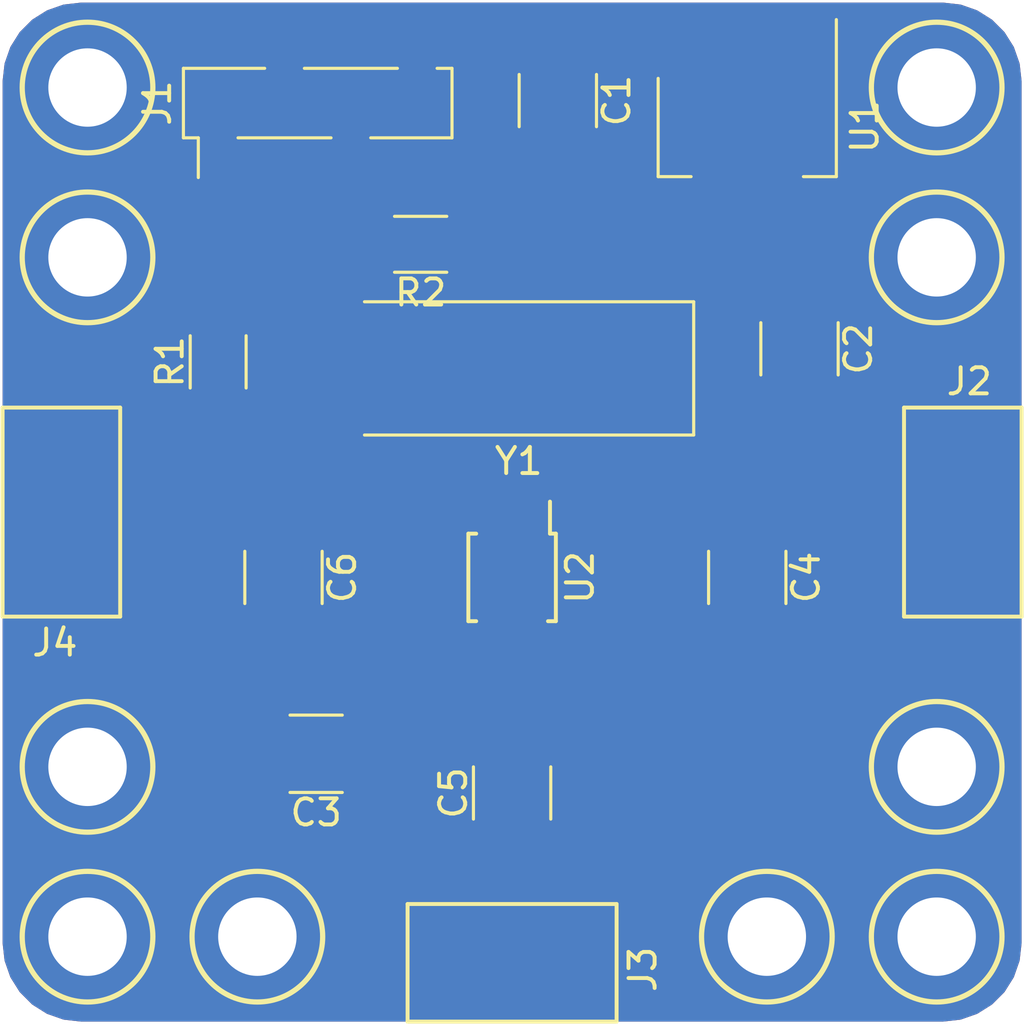
<source format=kicad_pcb>
(kicad_pcb (version 20171130) (host pcbnew "(5.0.0)")

  (general
    (thickness 1.6)
    (drawings 19)
    (tracks 79)
    (zones 0)
    (modules 15)
    (nets 14)
  )

  (page A4)
  (layers
    (0 F.Cu signal)
    (31 B.Cu signal)
    (32 B.Adhes user)
    (33 F.Adhes user)
    (34 B.Paste user)
    (35 F.Paste user)
    (36 B.SilkS user)
    (37 F.SilkS user)
    (38 B.Mask user)
    (39 F.Mask user)
    (40 Dwgs.User user)
    (41 Cmts.User user)
    (42 Eco1.User user)
    (43 Eco2.User user)
    (44 Edge.Cuts user)
    (45 Margin user)
    (46 B.CrtYd user)
    (47 F.CrtYd user)
    (48 B.Fab user)
    (49 F.Fab user)
  )

  (setup
    (last_trace_width 0.3)
    (user_trace_width 0.15)
    (user_trace_width 0.2)
    (user_trace_width 0.25)
    (user_trace_width 0.3)
    (user_trace_width 0.4)
    (trace_clearance 0.15)
    (zone_clearance 0.2)
    (zone_45_only no)
    (trace_min 0.1)
    (segment_width 0.2)
    (edge_width 0.15)
    (via_size 0.8)
    (via_drill 0.4)
    (via_min_size 0.4)
    (via_min_drill 0.3)
    (uvia_size 0.3)
    (uvia_drill 0.1)
    (uvias_allowed no)
    (uvia_min_size 0.2)
    (uvia_min_drill 0.1)
    (pcb_text_width 0.3)
    (pcb_text_size 1.5 1.5)
    (mod_edge_width 0.15)
    (mod_text_size 1 1)
    (mod_text_width 0.15)
    (pad_size 1.524 1.524)
    (pad_drill 0.762)
    (pad_to_mask_clearance 0.2)
    (aux_axis_origin 0 0)
    (visible_elements 7FFFFFFF)
    (pcbplotparams
      (layerselection 0x010fc_ffffffff)
      (usegerberextensions false)
      (usegerberattributes false)
      (usegerberadvancedattributes false)
      (creategerberjobfile false)
      (excludeedgelayer true)
      (linewidth 0.050000)
      (plotframeref false)
      (viasonmask false)
      (mode 1)
      (useauxorigin false)
      (hpglpennumber 1)
      (hpglpenspeed 20)
      (hpglpendiameter 15.000000)
      (psnegative false)
      (psa4output false)
      (plotreference true)
      (plotvalue true)
      (plotinvisibletext false)
      (padsonsilk false)
      (subtractmaskfromsilk false)
      (outputformat 1)
      (mirror false)
      (drillshape 1)
      (scaleselection 1)
      (outputdirectory ""))
  )

  (net 0 "")
  (net 1 "Net-(C1-Pad1)")
  (net 2 Earth)
  (net 3 "Net-(C2-Pad1)")
  (net 4 "Net-(C4-Pad2)")
  (net 5 "Net-(C4-Pad1)")
  (net 6 "Net-(C5-Pad1)")
  (net 7 "Net-(C5-Pad2)")
  (net 8 "Net-(C6-Pad2)")
  (net 9 "Net-(C6-Pad1)")
  (net 10 "Net-(J1-Pad2)")
  (net 11 "Net-(J1-Pad1)")
  (net 12 "Net-(U2-Pad3)")
  (net 13 "Net-(U2-Pad2)")

  (net_class Default "This is the default net class."
    (clearance 0.15)
    (trace_width 0.25)
    (via_dia 0.8)
    (via_drill 0.4)
    (uvia_dia 0.3)
    (uvia_drill 0.1)
    (add_net Earth)
    (add_net "Net-(C1-Pad1)")
    (add_net "Net-(C2-Pad1)")
    (add_net "Net-(C4-Pad1)")
    (add_net "Net-(C4-Pad2)")
    (add_net "Net-(C5-Pad1)")
    (add_net "Net-(C5-Pad2)")
    (add_net "Net-(C6-Pad1)")
    (add_net "Net-(C6-Pad2)")
    (add_net "Net-(J1-Pad1)")
    (add_net "Net-(J1-Pad2)")
    (add_net "Net-(U2-Pad2)")
    (add_net "Net-(U2-Pad3)")
  )

  (module Capacitors_SMD:C_1210_HandSoldering (layer F.Cu) (tedit 58AA84FB) (tstamp 5B6DD4A4)
    (at 38 20.5 270)
    (descr "Capacitor SMD 1210, hand soldering")
    (tags "capacitor 1210")
    (path /5B6C987F)
    (attr smd)
    (fp_text reference C1 (at 0 -2.25 270) (layer F.SilkS)
      (effects (font (size 1 1) (thickness 0.15)))
    )
    (fp_text value 10u (at 0 2.5 270) (layer F.Fab)
      (effects (font (size 1 1) (thickness 0.15)))
    )
    (fp_text user %R (at 0 -2.25 270) (layer F.Fab)
      (effects (font (size 1 1) (thickness 0.15)))
    )
    (fp_line (start -1.6 1.25) (end -1.6 -1.25) (layer F.Fab) (width 0.1))
    (fp_line (start 1.6 1.25) (end -1.6 1.25) (layer F.Fab) (width 0.1))
    (fp_line (start 1.6 -1.25) (end 1.6 1.25) (layer F.Fab) (width 0.1))
    (fp_line (start -1.6 -1.25) (end 1.6 -1.25) (layer F.Fab) (width 0.1))
    (fp_line (start 1 -1.48) (end -1 -1.48) (layer F.SilkS) (width 0.12))
    (fp_line (start -1 1.48) (end 1 1.48) (layer F.SilkS) (width 0.12))
    (fp_line (start -3.25 -1.5) (end 3.25 -1.5) (layer F.CrtYd) (width 0.05))
    (fp_line (start -3.25 -1.5) (end -3.25 1.5) (layer F.CrtYd) (width 0.05))
    (fp_line (start 3.25 1.5) (end 3.25 -1.5) (layer F.CrtYd) (width 0.05))
    (fp_line (start 3.25 1.5) (end -3.25 1.5) (layer F.CrtYd) (width 0.05))
    (pad 1 smd rect (at -2 0 270) (size 2 2.5) (layers F.Cu F.Paste F.Mask)
      (net 1 "Net-(C1-Pad1)"))
    (pad 2 smd rect (at 2 0 270) (size 2 2.5) (layers F.Cu F.Paste F.Mask)
      (net 2 Earth))
    (model Capacitors_SMD.3dshapes/C_1210.wrl
      (at (xyz 0 0 0))
      (scale (xyz 1 1 1))
      (rotate (xyz 0 0 0))
    )
  )

  (module Capacitors_SMD:C_1210_HandSoldering (layer F.Cu) (tedit 58AA84FB) (tstamp 5B6E39EA)
    (at 47.25 30 270)
    (descr "Capacitor SMD 1210, hand soldering")
    (tags "capacitor 1210")
    (path /5B6C9791)
    (attr smd)
    (fp_text reference C2 (at 0 -2.25 270) (layer F.SilkS)
      (effects (font (size 1 1) (thickness 0.15)))
    )
    (fp_text value 1u (at 0 2.5 270) (layer F.Fab)
      (effects (font (size 1 1) (thickness 0.15)))
    )
    (fp_line (start 3.25 1.5) (end -3.25 1.5) (layer F.CrtYd) (width 0.05))
    (fp_line (start 3.25 1.5) (end 3.25 -1.5) (layer F.CrtYd) (width 0.05))
    (fp_line (start -3.25 -1.5) (end -3.25 1.5) (layer F.CrtYd) (width 0.05))
    (fp_line (start -3.25 -1.5) (end 3.25 -1.5) (layer F.CrtYd) (width 0.05))
    (fp_line (start -1 1.48) (end 1 1.48) (layer F.SilkS) (width 0.12))
    (fp_line (start 1 -1.48) (end -1 -1.48) (layer F.SilkS) (width 0.12))
    (fp_line (start -1.6 -1.25) (end 1.6 -1.25) (layer F.Fab) (width 0.1))
    (fp_line (start 1.6 -1.25) (end 1.6 1.25) (layer F.Fab) (width 0.1))
    (fp_line (start 1.6 1.25) (end -1.6 1.25) (layer F.Fab) (width 0.1))
    (fp_line (start -1.6 1.25) (end -1.6 -1.25) (layer F.Fab) (width 0.1))
    (fp_text user %R (at 0 -2.25 270) (layer F.Fab)
      (effects (font (size 1 1) (thickness 0.15)))
    )
    (pad 2 smd rect (at 2 0 270) (size 2 2.5) (layers F.Cu F.Paste F.Mask)
      (net 2 Earth))
    (pad 1 smd rect (at -2 0 270) (size 2 2.5) (layers F.Cu F.Paste F.Mask)
      (net 3 "Net-(C2-Pad1)"))
    (model Capacitors_SMD.3dshapes/C_1210.wrl
      (at (xyz 0 0 0))
      (scale (xyz 1 1 1))
      (rotate (xyz 0 0 0))
    )
  )

  (module Capacitors_SMD:C_1210_HandSoldering (layer F.Cu) (tedit 58AA84FB) (tstamp 5B6DD4D4)
    (at 28.75 45.5 180)
    (descr "Capacitor SMD 1210, hand soldering")
    (tags "capacitor 1210")
    (path /5B6CE913)
    (attr smd)
    (fp_text reference C3 (at 0 -2.25 180) (layer F.SilkS)
      (effects (font (size 1 1) (thickness 0.15)))
    )
    (fp_text value 1u (at 0 2.5 180) (layer F.Fab)
      (effects (font (size 1 1) (thickness 0.15)))
    )
    (fp_text user %R (at 0 -2.25 180) (layer F.Fab)
      (effects (font (size 1 1) (thickness 0.15)))
    )
    (fp_line (start -1.6 1.25) (end -1.6 -1.25) (layer F.Fab) (width 0.1))
    (fp_line (start 1.6 1.25) (end -1.6 1.25) (layer F.Fab) (width 0.1))
    (fp_line (start 1.6 -1.25) (end 1.6 1.25) (layer F.Fab) (width 0.1))
    (fp_line (start -1.6 -1.25) (end 1.6 -1.25) (layer F.Fab) (width 0.1))
    (fp_line (start 1 -1.48) (end -1 -1.48) (layer F.SilkS) (width 0.12))
    (fp_line (start -1 1.48) (end 1 1.48) (layer F.SilkS) (width 0.12))
    (fp_line (start -3.25 -1.5) (end 3.25 -1.5) (layer F.CrtYd) (width 0.05))
    (fp_line (start -3.25 -1.5) (end -3.25 1.5) (layer F.CrtYd) (width 0.05))
    (fp_line (start 3.25 1.5) (end 3.25 -1.5) (layer F.CrtYd) (width 0.05))
    (fp_line (start 3.25 1.5) (end -3.25 1.5) (layer F.CrtYd) (width 0.05))
    (pad 1 smd rect (at -2 0 180) (size 2 2.5) (layers F.Cu F.Paste F.Mask)
      (net 3 "Net-(C2-Pad1)"))
    (pad 2 smd rect (at 2 0 180) (size 2 2.5) (layers F.Cu F.Paste F.Mask)
      (net 2 Earth))
    (model Capacitors_SMD.3dshapes/C_1210.wrl
      (at (xyz 0 0 0))
      (scale (xyz 1 1 1))
      (rotate (xyz 0 0 0))
    )
  )

  (module Capacitors_SMD:C_1210_HandSoldering (layer F.Cu) (tedit 58AA84FB) (tstamp 5B6DD522)
    (at 45.25 38.75 270)
    (descr "Capacitor SMD 1210, hand soldering")
    (tags "capacitor 1210")
    (path /5B6CB910)
    (attr smd)
    (fp_text reference C4 (at 0 -2.25 270) (layer F.SilkS)
      (effects (font (size 1 1) (thickness 0.15)))
    )
    (fp_text value 100n (at 0 2.5 270) (layer F.Fab)
      (effects (font (size 1 1) (thickness 0.15)))
    )
    (fp_line (start 3.25 1.5) (end -3.25 1.5) (layer F.CrtYd) (width 0.05))
    (fp_line (start 3.25 1.5) (end 3.25 -1.5) (layer F.CrtYd) (width 0.05))
    (fp_line (start -3.25 -1.5) (end -3.25 1.5) (layer F.CrtYd) (width 0.05))
    (fp_line (start -3.25 -1.5) (end 3.25 -1.5) (layer F.CrtYd) (width 0.05))
    (fp_line (start -1 1.48) (end 1 1.48) (layer F.SilkS) (width 0.12))
    (fp_line (start 1 -1.48) (end -1 -1.48) (layer F.SilkS) (width 0.12))
    (fp_line (start -1.6 -1.25) (end 1.6 -1.25) (layer F.Fab) (width 0.1))
    (fp_line (start 1.6 -1.25) (end 1.6 1.25) (layer F.Fab) (width 0.1))
    (fp_line (start 1.6 1.25) (end -1.6 1.25) (layer F.Fab) (width 0.1))
    (fp_line (start -1.6 1.25) (end -1.6 -1.25) (layer F.Fab) (width 0.1))
    (fp_text user %R (at 0 -2.25 270) (layer F.Fab)
      (effects (font (size 1 1) (thickness 0.15)))
    )
    (pad 2 smd rect (at 2 0 270) (size 2 2.5) (layers F.Cu F.Paste F.Mask)
      (net 4 "Net-(C4-Pad2)"))
    (pad 1 smd rect (at -2 0 270) (size 2 2.5) (layers F.Cu F.Paste F.Mask)
      (net 5 "Net-(C4-Pad1)"))
    (model Capacitors_SMD.3dshapes/C_1210.wrl
      (at (xyz 0 0 0))
      (scale (xyz 1 1 1))
      (rotate (xyz 0 0 0))
    )
  )

  (module Capacitors_SMD:C_1210_HandSoldering (layer F.Cu) (tedit 58AA84FB) (tstamp 5B6DD408)
    (at 36.25 47 90)
    (descr "Capacitor SMD 1210, hand soldering")
    (tags "capacitor 1210")
    (path /5B6CB972)
    (attr smd)
    (fp_text reference C5 (at 0 -2.25 90) (layer F.SilkS)
      (effects (font (size 1 1) (thickness 0.15)))
    )
    (fp_text value 100n (at 0 2.5 90) (layer F.Fab)
      (effects (font (size 1 1) (thickness 0.15)))
    )
    (fp_text user %R (at 0 -2.25 90) (layer F.Fab)
      (effects (font (size 1 1) (thickness 0.15)))
    )
    (fp_line (start -1.6 1.25) (end -1.6 -1.25) (layer F.Fab) (width 0.1))
    (fp_line (start 1.6 1.25) (end -1.6 1.25) (layer F.Fab) (width 0.1))
    (fp_line (start 1.6 -1.25) (end 1.6 1.25) (layer F.Fab) (width 0.1))
    (fp_line (start -1.6 -1.25) (end 1.6 -1.25) (layer F.Fab) (width 0.1))
    (fp_line (start 1 -1.48) (end -1 -1.48) (layer F.SilkS) (width 0.12))
    (fp_line (start -1 1.48) (end 1 1.48) (layer F.SilkS) (width 0.12))
    (fp_line (start -3.25 -1.5) (end 3.25 -1.5) (layer F.CrtYd) (width 0.05))
    (fp_line (start -3.25 -1.5) (end -3.25 1.5) (layer F.CrtYd) (width 0.05))
    (fp_line (start 3.25 1.5) (end 3.25 -1.5) (layer F.CrtYd) (width 0.05))
    (fp_line (start 3.25 1.5) (end -3.25 1.5) (layer F.CrtYd) (width 0.05))
    (pad 1 smd rect (at -2 0 90) (size 2 2.5) (layers F.Cu F.Paste F.Mask)
      (net 6 "Net-(C5-Pad1)"))
    (pad 2 smd rect (at 2 0 90) (size 2 2.5) (layers F.Cu F.Paste F.Mask)
      (net 7 "Net-(C5-Pad2)"))
    (model Capacitors_SMD.3dshapes/C_1210.wrl
      (at (xyz 0 0 0))
      (scale (xyz 1 1 1))
      (rotate (xyz 0 0 0))
    )
  )

  (module Capacitors_SMD:C_1210_HandSoldering (layer F.Cu) (tedit 58AA84FB) (tstamp 5B6DD624)
    (at 27.5 38.75 270)
    (descr "Capacitor SMD 1210, hand soldering")
    (tags "capacitor 1210")
    (path /5B6CB9A6)
    (attr smd)
    (fp_text reference C6 (at 0 -2.25 270) (layer F.SilkS)
      (effects (font (size 1 1) (thickness 0.15)))
    )
    (fp_text value 100n (at 0 2.5 270) (layer F.Fab)
      (effects (font (size 1 1) (thickness 0.15)))
    )
    (fp_line (start 3.25 1.5) (end -3.25 1.5) (layer F.CrtYd) (width 0.05))
    (fp_line (start 3.25 1.5) (end 3.25 -1.5) (layer F.CrtYd) (width 0.05))
    (fp_line (start -3.25 -1.5) (end -3.25 1.5) (layer F.CrtYd) (width 0.05))
    (fp_line (start -3.25 -1.5) (end 3.25 -1.5) (layer F.CrtYd) (width 0.05))
    (fp_line (start -1 1.48) (end 1 1.48) (layer F.SilkS) (width 0.12))
    (fp_line (start 1 -1.48) (end -1 -1.48) (layer F.SilkS) (width 0.12))
    (fp_line (start -1.6 -1.25) (end 1.6 -1.25) (layer F.Fab) (width 0.1))
    (fp_line (start 1.6 -1.25) (end 1.6 1.25) (layer F.Fab) (width 0.1))
    (fp_line (start 1.6 1.25) (end -1.6 1.25) (layer F.Fab) (width 0.1))
    (fp_line (start -1.6 1.25) (end -1.6 -1.25) (layer F.Fab) (width 0.1))
    (fp_text user %R (at 0 -2.25 270) (layer F.Fab)
      (effects (font (size 1 1) (thickness 0.15)))
    )
    (pad 2 smd rect (at 2 0 270) (size 2 2.5) (layers F.Cu F.Paste F.Mask)
      (net 8 "Net-(C6-Pad2)"))
    (pad 1 smd rect (at -2 0 270) (size 2 2.5) (layers F.Cu F.Paste F.Mask)
      (net 9 "Net-(C6-Pad1)"))
    (model Capacitors_SMD.3dshapes/C_1210.wrl
      (at (xyz 0 0 0))
      (scale (xyz 1 1 1))
      (rotate (xyz 0 0 0))
    )
  )

  (module Pin_Headers:Pin_Header_Straight_1x04_Pitch2.54mm_SMD_Pin1Left (layer F.Cu) (tedit 59650532) (tstamp 5B6DD5C8)
    (at 28.81 20.595 90)
    (descr "surface-mounted straight pin header, 1x04, 2.54mm pitch, single row, style 1 (pin 1 left)")
    (tags "Surface mounted pin header SMD 1x04 2.54mm single row style1 pin1 left")
    (path /5B6D06A1)
    (attr smd)
    (fp_text reference J1 (at 0 -6.14 90) (layer F.SilkS)
      (effects (font (size 1 1) (thickness 0.15)))
    )
    (fp_text value PWR_IIC (at 0 6.14 90) (layer F.Fab)
      (effects (font (size 1 1) (thickness 0.15)))
    )
    (fp_text user %R (at 0 0 180) (layer F.Fab)
      (effects (font (size 1 1) (thickness 0.15)))
    )
    (fp_line (start 3.45 -5.6) (end -3.45 -5.6) (layer F.CrtYd) (width 0.05))
    (fp_line (start 3.45 5.6) (end 3.45 -5.6) (layer F.CrtYd) (width 0.05))
    (fp_line (start -3.45 5.6) (end 3.45 5.6) (layer F.CrtYd) (width 0.05))
    (fp_line (start -3.45 -5.6) (end -3.45 5.6) (layer F.CrtYd) (width 0.05))
    (fp_line (start -1.33 2.03) (end -1.33 5.14) (layer F.SilkS) (width 0.12))
    (fp_line (start -1.33 -3.05) (end -1.33 0.51) (layer F.SilkS) (width 0.12))
    (fp_line (start 1.33 -0.51) (end 1.33 3.05) (layer F.SilkS) (width 0.12))
    (fp_line (start 1.33 4.57) (end 1.33 5.14) (layer F.SilkS) (width 0.12))
    (fp_line (start -1.33 -5.14) (end -1.33 -4.57) (layer F.SilkS) (width 0.12))
    (fp_line (start -1.33 -4.57) (end -2.85 -4.57) (layer F.SilkS) (width 0.12))
    (fp_line (start 1.33 -5.14) (end 1.33 -2.03) (layer F.SilkS) (width 0.12))
    (fp_line (start -1.33 5.14) (end 1.33 5.14) (layer F.SilkS) (width 0.12))
    (fp_line (start -1.33 -5.14) (end 1.33 -5.14) (layer F.SilkS) (width 0.12))
    (fp_line (start 2.54 4.13) (end 1.27 4.13) (layer F.Fab) (width 0.1))
    (fp_line (start 2.54 3.49) (end 2.54 4.13) (layer F.Fab) (width 0.1))
    (fp_line (start 1.27 3.49) (end 2.54 3.49) (layer F.Fab) (width 0.1))
    (fp_line (start 2.54 -0.95) (end 1.27 -0.95) (layer F.Fab) (width 0.1))
    (fp_line (start 2.54 -1.59) (end 2.54 -0.95) (layer F.Fab) (width 0.1))
    (fp_line (start 1.27 -1.59) (end 2.54 -1.59) (layer F.Fab) (width 0.1))
    (fp_line (start -2.54 1.59) (end -1.27 1.59) (layer F.Fab) (width 0.1))
    (fp_line (start -2.54 0.95) (end -2.54 1.59) (layer F.Fab) (width 0.1))
    (fp_line (start -1.27 0.95) (end -2.54 0.95) (layer F.Fab) (width 0.1))
    (fp_line (start -2.54 -3.49) (end -1.27 -3.49) (layer F.Fab) (width 0.1))
    (fp_line (start -2.54 -4.13) (end -2.54 -3.49) (layer F.Fab) (width 0.1))
    (fp_line (start -1.27 -4.13) (end -2.54 -4.13) (layer F.Fab) (width 0.1))
    (fp_line (start 1.27 -5.08) (end 1.27 5.08) (layer F.Fab) (width 0.1))
    (fp_line (start -1.27 -4.13) (end -0.32 -5.08) (layer F.Fab) (width 0.1))
    (fp_line (start -1.27 5.08) (end -1.27 -4.13) (layer F.Fab) (width 0.1))
    (fp_line (start -0.32 -5.08) (end 1.27 -5.08) (layer F.Fab) (width 0.1))
    (fp_line (start 1.27 5.08) (end -1.27 5.08) (layer F.Fab) (width 0.1))
    (pad 4 smd rect (at 1.655 3.81 90) (size 2.51 1) (layers F.Cu F.Paste F.Mask)
      (net 1 "Net-(C1-Pad1)"))
    (pad 2 smd rect (at 1.655 -1.27 90) (size 2.51 1) (layers F.Cu F.Paste F.Mask)
      (net 10 "Net-(J1-Pad2)"))
    (pad 3 smd rect (at -1.655 1.27 90) (size 2.51 1) (layers F.Cu F.Paste F.Mask)
      (net 2 Earth))
    (pad 1 smd rect (at -1.655 -3.81 90) (size 2.51 1) (layers F.Cu F.Paste F.Mask)
      (net 11 "Net-(J1-Pad1)"))
    (model ${KISYS3DMOD}/Pin_Headers.3dshapes/Pin_Header_Straight_1x04_Pitch2.54mm_SMD_Pin1Left.wrl
      (at (xyz 0 0 0))
      (scale (xyz 1 1 1))
      (rotate (xyz 0 0 0))
    )
  )

  (module x-uhf:X-UHF_Interconnect (layer F.Cu) (tedit 5B6BFBB0) (tstamp 5B6DD4FE)
    (at 54.25 36.25 180)
    (path /5B6C9EBD)
    (fp_text reference J2 (at 0.5 5 180) (layer F.SilkS)
      (effects (font (size 1 1) (thickness 0.15)))
    )
    (fp_text value CLK0 (at 4 0 270) (layer F.Fab)
      (effects (font (size 1 1) (thickness 0.15)))
    )
    (fp_line (start -1.5 -4) (end 3 -4) (layer F.SilkS) (width 0.15))
    (fp_line (start 3 -4) (end 3 4) (layer F.SilkS) (width 0.15))
    (fp_line (start 3 4) (end -1.5 4) (layer F.SilkS) (width 0.15))
    (fp_line (start -1.5 4) (end -1.5 -4) (layer F.SilkS) (width 0.15))
    (pad 1 smd rect (at 0 -2 180) (size 3 1.5) (layers F.Cu F.Paste F.Mask)
      (net 2 Earth))
    (pad 2 smd rect (at 0 0 180) (size 3 1.5) (layers F.Cu F.Paste F.Mask)
      (net 5 "Net-(C4-Pad1)"))
    (pad 3 smd rect (at 0 2 180) (size 3 1.5) (layers F.Cu F.Paste F.Mask)
      (net 2 Earth))
  )

  (module x-uhf:X-UHF_Interconnect (layer F.Cu) (tedit 5B6BFBB0) (tstamp 5B6DD480)
    (at 36.25 54.25 90)
    (path /5B6C9F13)
    (fp_text reference J3 (at 0.5 5 90) (layer F.SilkS)
      (effects (font (size 1 1) (thickness 0.15)))
    )
    (fp_text value CLK1 (at 4 0 180) (layer F.Fab)
      (effects (font (size 1 1) (thickness 0.15)))
    )
    (fp_line (start -1.5 4) (end -1.5 -4) (layer F.SilkS) (width 0.15))
    (fp_line (start 3 4) (end -1.5 4) (layer F.SilkS) (width 0.15))
    (fp_line (start 3 -4) (end 3 4) (layer F.SilkS) (width 0.15))
    (fp_line (start -1.5 -4) (end 3 -4) (layer F.SilkS) (width 0.15))
    (pad 3 smd rect (at 0 2 90) (size 3 1.5) (layers F.Cu F.Paste F.Mask)
      (net 2 Earth))
    (pad 2 smd rect (at 0 0 90) (size 3 1.5) (layers F.Cu F.Paste F.Mask)
      (net 6 "Net-(C5-Pad1)"))
    (pad 1 smd rect (at 0 -2 90) (size 3 1.5) (layers F.Cu F.Paste F.Mask)
      (net 2 Earth))
  )

  (module x-uhf:X-UHF_Interconnect (layer F.Cu) (tedit 5B6BFBB0) (tstamp 5B6F4AB6)
    (at 18.25 36.25)
    (path /5B6C9F41)
    (fp_text reference J4 (at 0.5 5) (layer F.SilkS)
      (effects (font (size 1 1) (thickness 0.15)))
    )
    (fp_text value CLK2 (at 4 0 90) (layer F.Fab)
      (effects (font (size 1 1) (thickness 0.15)))
    )
    (fp_line (start -1.5 -4) (end 3 -4) (layer F.SilkS) (width 0.15))
    (fp_line (start 3 -4) (end 3 4) (layer F.SilkS) (width 0.15))
    (fp_line (start 3 4) (end -1.5 4) (layer F.SilkS) (width 0.15))
    (fp_line (start -1.5 4) (end -1.5 -4) (layer F.SilkS) (width 0.15))
    (pad 1 smd rect (at 0 -2) (size 3 1.5) (layers F.Cu F.Paste F.Mask)
      (net 2 Earth))
    (pad 2 smd rect (at 0 0) (size 3 1.5) (layers F.Cu F.Paste F.Mask)
      (net 9 "Net-(C6-Pad1)"))
    (pad 3 smd rect (at 0 2) (size 3 1.5) (layers F.Cu F.Paste F.Mask)
      (net 2 Earth))
  )

  (module Resistors_SMD:R_1206_HandSoldering (layer F.Cu) (tedit 58E0A804) (tstamp 5B6EDCE8)
    (at 25 30.5 90)
    (descr "Resistor SMD 1206, hand soldering")
    (tags "resistor 1206")
    (path /5B6D3CDB)
    (attr smd)
    (fp_text reference R1 (at 0 -1.85 90) (layer F.SilkS)
      (effects (font (size 1 1) (thickness 0.15)))
    )
    (fp_text value 10k (at 0 1.9 90) (layer F.Fab)
      (effects (font (size 1 1) (thickness 0.15)))
    )
    (fp_text user %R (at 0 0 90) (layer F.Fab)
      (effects (font (size 0.7 0.7) (thickness 0.105)))
    )
    (fp_line (start -1.6 0.8) (end -1.6 -0.8) (layer F.Fab) (width 0.1))
    (fp_line (start 1.6 0.8) (end -1.6 0.8) (layer F.Fab) (width 0.1))
    (fp_line (start 1.6 -0.8) (end 1.6 0.8) (layer F.Fab) (width 0.1))
    (fp_line (start -1.6 -0.8) (end 1.6 -0.8) (layer F.Fab) (width 0.1))
    (fp_line (start 1 1.07) (end -1 1.07) (layer F.SilkS) (width 0.12))
    (fp_line (start -1 -1.07) (end 1 -1.07) (layer F.SilkS) (width 0.12))
    (fp_line (start -3.25 -1.11) (end 3.25 -1.11) (layer F.CrtYd) (width 0.05))
    (fp_line (start -3.25 -1.11) (end -3.25 1.1) (layer F.CrtYd) (width 0.05))
    (fp_line (start 3.25 1.1) (end 3.25 -1.11) (layer F.CrtYd) (width 0.05))
    (fp_line (start 3.25 1.1) (end -3.25 1.1) (layer F.CrtYd) (width 0.05))
    (pad 1 smd rect (at -2 0 90) (size 2 1.7) (layers F.Cu F.Paste F.Mask)
      (net 3 "Net-(C2-Pad1)"))
    (pad 2 smd rect (at 2 0 90) (size 2 1.7) (layers F.Cu F.Paste F.Mask)
      (net 11 "Net-(J1-Pad1)"))
    (model ${KISYS3DMOD}/Resistors_SMD.3dshapes/R_1206.wrl
      (at (xyz 0 0 0))
      (scale (xyz 1 1 1))
      (rotate (xyz 0 0 0))
    )
  )

  (module Resistors_SMD:R_1206_HandSoldering (layer F.Cu) (tedit 58E0A804) (tstamp 5B6DE538)
    (at 32.75 26 180)
    (descr "Resistor SMD 1206, hand soldering")
    (tags "resistor 1206")
    (path /5B6D3B11)
    (attr smd)
    (fp_text reference R2 (at 0 -1.85 180) (layer F.SilkS)
      (effects (font (size 1 1) (thickness 0.15)))
    )
    (fp_text value 10k (at 0 1.9 180) (layer F.Fab)
      (effects (font (size 1 1) (thickness 0.15)))
    )
    (fp_line (start 3.25 1.1) (end -3.25 1.1) (layer F.CrtYd) (width 0.05))
    (fp_line (start 3.25 1.1) (end 3.25 -1.11) (layer F.CrtYd) (width 0.05))
    (fp_line (start -3.25 -1.11) (end -3.25 1.1) (layer F.CrtYd) (width 0.05))
    (fp_line (start -3.25 -1.11) (end 3.25 -1.11) (layer F.CrtYd) (width 0.05))
    (fp_line (start -1 -1.07) (end 1 -1.07) (layer F.SilkS) (width 0.12))
    (fp_line (start 1 1.07) (end -1 1.07) (layer F.SilkS) (width 0.12))
    (fp_line (start -1.6 -0.8) (end 1.6 -0.8) (layer F.Fab) (width 0.1))
    (fp_line (start 1.6 -0.8) (end 1.6 0.8) (layer F.Fab) (width 0.1))
    (fp_line (start 1.6 0.8) (end -1.6 0.8) (layer F.Fab) (width 0.1))
    (fp_line (start -1.6 0.8) (end -1.6 -0.8) (layer F.Fab) (width 0.1))
    (fp_text user %R (at 0 0 180) (layer F.Fab)
      (effects (font (size 0.7 0.7) (thickness 0.105)))
    )
    (pad 2 smd rect (at 2 0 180) (size 2 1.7) (layers F.Cu F.Paste F.Mask)
      (net 10 "Net-(J1-Pad2)"))
    (pad 1 smd rect (at -2 0 180) (size 2 1.7) (layers F.Cu F.Paste F.Mask)
      (net 3 "Net-(C2-Pad1)"))
    (model ${KISYS3DMOD}/Resistors_SMD.3dshapes/R_1206.wrl
      (at (xyz 0 0 0))
      (scale (xyz 1 1 1))
      (rotate (xyz 0 0 0))
    )
  )

  (module TO_SOT_Packages_SMD:SOT-223-3_TabPin2 (layer F.Cu) (tedit 58CE4E7E) (tstamp 5B6EDE81)
    (at 45.25 21.5 270)
    (descr "module CMS SOT223 4 pins")
    (tags "CMS SOT")
    (path /5B6C96D2)
    (attr smd)
    (fp_text reference U1 (at 0 -4.5 270) (layer F.SilkS)
      (effects (font (size 1 1) (thickness 0.15)))
    )
    (fp_text value LD1117-3.3 (at 0 4.5 270) (layer F.Fab)
      (effects (font (size 1 1) (thickness 0.15)))
    )
    (fp_line (start 1.85 -3.35) (end 1.85 3.35) (layer F.Fab) (width 0.1))
    (fp_line (start -1.85 3.35) (end 1.85 3.35) (layer F.Fab) (width 0.1))
    (fp_line (start -4.1 -3.41) (end 1.91 -3.41) (layer F.SilkS) (width 0.12))
    (fp_line (start -0.85 -3.35) (end 1.85 -3.35) (layer F.Fab) (width 0.1))
    (fp_line (start -1.85 3.41) (end 1.91 3.41) (layer F.SilkS) (width 0.12))
    (fp_line (start -1.85 -2.35) (end -1.85 3.35) (layer F.Fab) (width 0.1))
    (fp_line (start -1.85 -2.35) (end -0.85 -3.35) (layer F.Fab) (width 0.1))
    (fp_line (start -4.4 -3.6) (end -4.4 3.6) (layer F.CrtYd) (width 0.05))
    (fp_line (start -4.4 3.6) (end 4.4 3.6) (layer F.CrtYd) (width 0.05))
    (fp_line (start 4.4 3.6) (end 4.4 -3.6) (layer F.CrtYd) (width 0.05))
    (fp_line (start 4.4 -3.6) (end -4.4 -3.6) (layer F.CrtYd) (width 0.05))
    (fp_line (start 1.91 -3.41) (end 1.91 -2.15) (layer F.SilkS) (width 0.12))
    (fp_line (start 1.91 3.41) (end 1.91 2.15) (layer F.SilkS) (width 0.12))
    (fp_text user %R (at 0 0) (layer F.Fab)
      (effects (font (size 0.8 0.8) (thickness 0.12)))
    )
    (pad 1 smd rect (at -3.15 -2.3 270) (size 2 1.5) (layers F.Cu F.Paste F.Mask)
      (net 2 Earth))
    (pad 3 smd rect (at -3.15 2.3 270) (size 2 1.5) (layers F.Cu F.Paste F.Mask)
      (net 1 "Net-(C1-Pad1)"))
    (pad 2 smd rect (at -3.15 0 270) (size 2 1.5) (layers F.Cu F.Paste F.Mask)
      (net 3 "Net-(C2-Pad1)"))
    (pad 2 smd rect (at 3.15 0 270) (size 2 3.8) (layers F.Cu F.Paste F.Mask)
      (net 3 "Net-(C2-Pad1)"))
    (model ${KISYS3DMOD}/TO_SOT_Packages_SMD.3dshapes/SOT-223.wrl
      (at (xyz 0 0 0))
      (scale (xyz 1 1 1))
      (rotate (xyz 0 0 0))
    )
  )

  (module Housings_SSOP:MSOP-10_3x3mm_Pitch0.5mm (layer F.Cu) (tedit 54130A77) (tstamp 5B6E3F42)
    (at 36.25 38.75 270)
    (descr "10-Lead Plastic Micro Small Outline Package (MS) [MSOP] (see Microchip Packaging Specification 00000049BS.pdf)")
    (tags "SSOP 0.5")
    (path /5B6C95F2)
    (attr smd)
    (fp_text reference U2 (at 0 -2.6 270) (layer F.SilkS)
      (effects (font (size 1 1) (thickness 0.15)))
    )
    (fp_text value SI5351A (at 0 2.6 270) (layer F.Fab)
      (effects (font (size 1 1) (thickness 0.15)))
    )
    (fp_text user %R (at 0 0 270) (layer F.Fab)
      (effects (font (size 0.6 0.6) (thickness 0.15)))
    )
    (fp_line (start -1.675 -1.45) (end -2.9 -1.45) (layer F.SilkS) (width 0.15))
    (fp_line (start -1.675 1.675) (end 1.675 1.675) (layer F.SilkS) (width 0.15))
    (fp_line (start -1.675 -1.675) (end 1.675 -1.675) (layer F.SilkS) (width 0.15))
    (fp_line (start -1.675 1.675) (end -1.675 1.375) (layer F.SilkS) (width 0.15))
    (fp_line (start 1.675 1.675) (end 1.675 1.375) (layer F.SilkS) (width 0.15))
    (fp_line (start 1.675 -1.675) (end 1.675 -1.375) (layer F.SilkS) (width 0.15))
    (fp_line (start -1.675 -1.675) (end -1.675 -1.45) (layer F.SilkS) (width 0.15))
    (fp_line (start -3.15 1.85) (end 3.15 1.85) (layer F.CrtYd) (width 0.05))
    (fp_line (start -3.15 -1.85) (end 3.15 -1.85) (layer F.CrtYd) (width 0.05))
    (fp_line (start 3.15 -1.85) (end 3.15 1.85) (layer F.CrtYd) (width 0.05))
    (fp_line (start -3.15 -1.85) (end -3.15 1.85) (layer F.CrtYd) (width 0.05))
    (fp_line (start -1.5 -0.5) (end -0.5 -1.5) (layer F.Fab) (width 0.15))
    (fp_line (start -1.5 1.5) (end -1.5 -0.5) (layer F.Fab) (width 0.15))
    (fp_line (start 1.5 1.5) (end -1.5 1.5) (layer F.Fab) (width 0.15))
    (fp_line (start 1.5 -1.5) (end 1.5 1.5) (layer F.Fab) (width 0.15))
    (fp_line (start -0.5 -1.5) (end 1.5 -1.5) (layer F.Fab) (width 0.15))
    (pad 10 smd rect (at 2.2 -1 270) (size 1.4 0.3) (layers F.Cu F.Paste F.Mask)
      (net 4 "Net-(C4-Pad2)"))
    (pad 9 smd rect (at 2.2 -0.5 270) (size 1.4 0.3) (layers F.Cu F.Paste F.Mask)
      (net 7 "Net-(C5-Pad2)"))
    (pad 8 smd rect (at 2.2 0 270) (size 1.4 0.3) (layers F.Cu F.Paste F.Mask)
      (net 2 Earth))
    (pad 7 smd rect (at 2.2 0.5 270) (size 1.4 0.3) (layers F.Cu F.Paste F.Mask)
      (net 3 "Net-(C2-Pad1)"))
    (pad 6 smd rect (at 2.2 1 270) (size 1.4 0.3) (layers F.Cu F.Paste F.Mask)
      (net 8 "Net-(C6-Pad2)"))
    (pad 5 smd rect (at -2.2 1 270) (size 1.4 0.3) (layers F.Cu F.Paste F.Mask)
      (net 11 "Net-(J1-Pad1)"))
    (pad 4 smd rect (at -2.2 0.5 270) (size 1.4 0.3) (layers F.Cu F.Paste F.Mask)
      (net 10 "Net-(J1-Pad2)"))
    (pad 3 smd rect (at -2.2 0 270) (size 1.4 0.3) (layers F.Cu F.Paste F.Mask)
      (net 12 "Net-(U2-Pad3)"))
    (pad 2 smd rect (at -2.2 -0.5 270) (size 1.4 0.3) (layers F.Cu F.Paste F.Mask)
      (net 13 "Net-(U2-Pad2)"))
    (pad 1 smd rect (at -2.2 -1 270) (size 1.4 0.3) (layers F.Cu F.Paste F.Mask)
      (net 3 "Net-(C2-Pad1)"))
    (model ${KISYS3DMOD}/Housings_SSOP.3dshapes/MSOP-10_3x3mm_Pitch0.5mm.wrl
      (at (xyz 0 0 0))
      (scale (xyz 1 1 1))
      (rotate (xyz 0 0 0))
    )
  )

  (module Crystals:Crystal_SMD_HC49-SD (layer F.Cu) (tedit 58CD2E9D) (tstamp 5B775464)
    (at 36.5 30.75 180)
    (descr "SMD Crystal HC-49-SD http://cdn-reichelt.de/documents/datenblatt/B400/xxx-HC49-SMD.pdf, 11.4x4.7mm^2 package")
    (tags "SMD SMT crystal")
    (path /5B776FE1)
    (attr smd)
    (fp_text reference Y1 (at 0 -3.55 180) (layer F.SilkS)
      (effects (font (size 1 1) (thickness 0.15)))
    )
    (fp_text value Crystal (at 0 3.55 180) (layer F.Fab)
      (effects (font (size 1 1) (thickness 0.15)))
    )
    (fp_arc (start 3.015 0) (end 3.015 -2.115) (angle 180) (layer F.Fab) (width 0.1))
    (fp_arc (start -3.015 0) (end -3.015 -2.115) (angle -180) (layer F.Fab) (width 0.1))
    (fp_line (start 6.8 -2.6) (end -6.8 -2.6) (layer F.CrtYd) (width 0.05))
    (fp_line (start 6.8 2.6) (end 6.8 -2.6) (layer F.CrtYd) (width 0.05))
    (fp_line (start -6.8 2.6) (end 6.8 2.6) (layer F.CrtYd) (width 0.05))
    (fp_line (start -6.8 -2.6) (end -6.8 2.6) (layer F.CrtYd) (width 0.05))
    (fp_line (start -6.7 2.55) (end 5.9 2.55) (layer F.SilkS) (width 0.12))
    (fp_line (start -6.7 -2.55) (end -6.7 2.55) (layer F.SilkS) (width 0.12))
    (fp_line (start 5.9 -2.55) (end -6.7 -2.55) (layer F.SilkS) (width 0.12))
    (fp_line (start -3.015 2.115) (end 3.015 2.115) (layer F.Fab) (width 0.1))
    (fp_line (start -3.015 -2.115) (end 3.015 -2.115) (layer F.Fab) (width 0.1))
    (fp_line (start 5.7 -2.35) (end -5.7 -2.35) (layer F.Fab) (width 0.1))
    (fp_line (start 5.7 2.35) (end 5.7 -2.35) (layer F.Fab) (width 0.1))
    (fp_line (start -5.7 2.35) (end 5.7 2.35) (layer F.Fab) (width 0.1))
    (fp_line (start -5.7 -2.35) (end -5.7 2.35) (layer F.Fab) (width 0.1))
    (fp_text user %R (at 0 0 180) (layer F.Fab)
      (effects (font (size 1 1) (thickness 0.15)))
    )
    (pad 2 smd rect (at 4.25 0 180) (size 4.5 2) (layers F.Cu F.Paste F.Mask)
      (net 12 "Net-(U2-Pad3)"))
    (pad 1 smd rect (at -4.25 0 180) (size 4.5 2) (layers F.Cu F.Paste F.Mask)
      (net 13 "Net-(U2-Pad2)"))
    (model ${KISYS3DMOD}/Crystals.3dshapes/Crystal_SMD_HC49-SD.wrl
      (at (xyz 0 0 0))
      (scale (xyz 1 1 1))
      (rotate (xyz 0 0 0))
    )
  )

  (gr_arc (start 52.5 20) (end 55.75 20) (angle -90) (layer Margin) (width 0.2))
  (gr_arc (start 52.5 52.5) (end 52.5 55.75) (angle -90) (layer Margin) (width 0.2))
  (gr_arc (start 20 52.5) (end 16.75 52.5) (angle -90) (layer Margin) (width 0.2))
  (gr_arc (start 20 20) (end 20 16.75) (angle -90) (layer Margin) (width 0.2))
  (gr_text "SI5351\nVCO" (at 44.75 46.75) (layer F.Cu)
    (effects (font (size 1.5 1.5) (thickness 0.3)))
  )
  (gr_circle (center 52.5 20) (end 55 20) (layer F.SilkS) (width 0.2))
  (gr_circle (center 52.5 26.5) (end 55 26.5) (layer F.SilkS) (width 0.2))
  (gr_circle (center 52.5 46) (end 55 46) (layer F.SilkS) (width 0.2))
  (gr_circle (center 52.5 52.5) (end 50 52.5) (layer F.SilkS) (width 0.2))
  (gr_circle (center 46 52.5) (end 48.5 52.5) (layer F.SilkS) (width 0.2))
  (gr_circle (center 26.5 52.5) (end 29 52.5) (layer F.SilkS) (width 0.2))
  (gr_circle (center 20 52.5) (end 22.5 52.5) (layer F.SilkS) (width 0.2))
  (gr_circle (center 20 46) (end 22.5 46) (layer F.SilkS) (width 0.2))
  (gr_circle (center 20 26.5) (end 22.5 26.5) (layer F.SilkS) (width 0.2))
  (gr_circle (center 20 20) (end 22.5 20) (layer F.SilkS) (width 0.2))
  (gr_line (start 16.75 52.5) (end 16.75 20) (layer Margin) (width 0.2))
  (gr_line (start 52.5 55.75) (end 20 55.75) (layer Margin) (width 0.2))
  (gr_line (start 55.75 20) (end 55.75 52.5) (layer Margin) (width 0.2))
  (gr_line (start 20 16.75) (end 52.5 16.75) (layer Margin) (width 0.2) (tstamp 5B6DD9B8))

  (segment (start 38.15 18.35) (end 38 18.5) (width 0.4) (layer F.Cu) (net 1))
  (segment (start 42.95 18.35) (end 38.15 18.35) (width 0.4) (layer F.Cu) (net 1))
  (segment (start 33.06 18.5) (end 32.62 18.94) (width 0.4) (layer F.Cu) (net 1))
  (segment (start 38 18.5) (end 33.06 18.5) (width 0.4) (layer F.Cu) (net 1))
  (via (at 52.5 20) (size 4) (drill 3) (layers F.Cu B.Cu) (net 2))
  (via (at 52.5 52.5) (size 4) (drill 3) (layers F.Cu B.Cu) (net 2))
  (via (at 20 52.5) (size 4) (drill 3) (layers F.Cu B.Cu) (net 2))
  (via (at 20 20) (size 4) (drill 3) (layers F.Cu B.Cu) (net 2))
  (via (at 46 52.5) (size 4) (drill 3) (layers F.Cu B.Cu) (net 2))
  (via (at 52.5 46) (size 4) (drill 3) (layers F.Cu B.Cu) (net 2))
  (via (at 52.5 26.5) (size 4) (drill 3) (layers F.Cu B.Cu) (net 2))
  (via (at 26.5 52.5) (size 4) (drill 3) (layers F.Cu B.Cu) (net 2))
  (via (at 20 46) (size 4) (drill 3) (layers F.Cu B.Cu) (net 2))
  (via (at 20 26.5) (size 4) (drill 3) (layers F.Cu B.Cu) (net 2))
  (segment (start 36.25 40.95) (end 36.25 42.5) (width 0.3) (layer F.Cu) (net 2))
  (segment (start 36.25 42.5) (end 35.5 43.25) (width 0.25) (layer F.Cu) (net 2))
  (segment (start 45.25 18.35) (end 45.25 24.65) (width 0.3) (layer F.Cu) (net 3))
  (segment (start 47 28) (end 47.25 28) (width 0.3) (layer F.Cu) (net 3))
  (segment (start 45.25 26.25) (end 47 28) (width 0.3) (layer F.Cu) (net 3))
  (segment (start 45.25 24.65) (end 45.25 26.25) (width 0.3) (layer F.Cu) (net 3))
  (segment (start 34.75 24.9) (end 34.75 26) (width 0.3) (layer F.Cu) (net 3))
  (segment (start 35 24.65) (end 34.75 24.9) (width 0.3) (layer F.Cu) (net 3))
  (segment (start 45.25 24.65) (end 35 24.65) (width 0.3) (layer F.Cu) (net 3))
  (segment (start 30.75 45.25) (end 33.25 42.75) (width 0.3) (layer F.Cu) (net 3))
  (segment (start 30.75 45.5) (end 30.75 45.25) (width 0.3) (layer F.Cu) (net 3))
  (segment (start 35.75 41.9) (end 35.75 40.95) (width 0.3) (layer F.Cu) (net 3))
  (segment (start 34.9 42.75) (end 35.75 41.9) (width 0.3) (layer F.Cu) (net 3))
  (segment (start 33.25 42.75) (end 34.9 42.75) (width 0.3) (layer F.Cu) (net 3))
  (segment (start 37.25 38.75) (end 37.25 36.55) (width 0.3) (layer F.Cu) (net 3))
  (segment (start 35.75 40.95) (end 35.75 38.75) (width 0.3) (layer F.Cu) (net 3))
  (segment (start 35.75 38.75) (end 37.25 38.75) (width 0.3) (layer F.Cu) (net 3))
  (segment (start 26.1 32.5) (end 28.1 34.5) (width 0.3) (layer F.Cu) (net 3))
  (segment (start 25 32.5) (end 26.1 32.5) (width 0.3) (layer F.Cu) (net 3))
  (segment (start 28.1 34.5) (end 28.75 34.5) (width 0.3) (layer F.Cu) (net 3))
  (segment (start 33 38.75) (end 35.75 38.75) (width 0.3) (layer F.Cu) (net 3))
  (segment (start 28.75 34.5) (end 33 38.75) (width 0.3) (layer F.Cu) (net 3))
  (segment (start 45.75 28) (end 47.25 28) (width 0.3) (layer F.Cu) (net 3))
  (segment (start 37.25 35.75) (end 38.25 34.75) (width 0.3) (layer F.Cu) (net 3))
  (segment (start 37.25 36.55) (end 37.25 35.75) (width 0.3) (layer F.Cu) (net 3))
  (segment (start 38.25 34.75) (end 43 34.75) (width 0.3) (layer F.Cu) (net 3))
  (segment (start 43 34.75) (end 44.5 33.25) (width 0.3) (layer F.Cu) (net 3))
  (segment (start 44.5 33.25) (end 44.5 29.25) (width 0.3) (layer F.Cu) (net 3))
  (segment (start 44.5 29.25) (end 45.75 28) (width 0.3) (layer F.Cu) (net 3))
  (segment (start 37.3 41) (end 37.25 40.95) (width 0.25) (layer F.Cu) (net 4))
  (segment (start 45.25 41) (end 37.3 41) (width 0.4) (layer F.Cu) (net 4))
  (segment (start 46 36.25) (end 45.25 37) (width 0.2) (layer F.Cu) (net 5))
  (segment (start 54.5 36.25) (end 46 36.25) (width 0.4) (layer F.Cu) (net 5))
  (segment (start 36.25 50.7) (end 36.25 54.5) (width 0.4) (layer F.Cu) (net 6))
  (segment (start 36.25 49.5) (end 36.25 50.7) (width 0.4) (layer F.Cu) (net 6))
  (segment (start 36.25 45.5) (end 36.25 44.25) (width 0.3) (layer F.Cu) (net 7))
  (segment (start 36.75 43.75) (end 36.75 40.95) (width 0.3) (layer F.Cu) (net 7))
  (segment (start 36.25 44.25) (end 36.75 43.75) (width 0.3) (layer F.Cu) (net 7))
  (segment (start 35.2 41) (end 35.25 40.95) (width 0.25) (layer F.Cu) (net 8))
  (segment (start 27.5 41) (end 35.2 41) (width 0.4) (layer F.Cu) (net 8))
  (segment (start 26.75 36.25) (end 27.5 37) (width 0.2) (layer F.Cu) (net 9))
  (segment (start 18 36.25) (end 26.75 36.25) (width 0.4) (layer F.Cu) (net 9))
  (segment (start 30.6 26) (end 30.75 26) (width 0.3) (layer F.Cu) (net 10))
  (segment (start 27.54 22.94) (end 30.6 26) (width 0.3) (layer F.Cu) (net 10))
  (segment (start 27.54 18.94) (end 27.54 22.94) (width 0.3) (layer F.Cu) (net 10))
  (segment (start 35.75 35.25) (end 35.75 36.55) (width 0.3) (layer F.Cu) (net 10))
  (segment (start 35 34.5) (end 35.75 35.25) (width 0.3) (layer F.Cu) (net 10))
  (segment (start 31.25 34.5) (end 35 34.5) (width 0.3) (layer F.Cu) (net 10))
  (segment (start 28.75 32) (end 31.25 34.5) (width 0.3) (layer F.Cu) (net 10))
  (segment (start 30.6 26) (end 28.75 27.85) (width 0.3) (layer F.Cu) (net 10))
  (segment (start 28.75 27.85) (end 28.75 32) (width 0.3) (layer F.Cu) (net 10))
  (segment (start 25 22.25) (end 25 28.5) (width 0.3) (layer F.Cu) (net 11))
  (segment (start 35.25 35.75) (end 34.75 35.25) (width 0.3) (layer F.Cu) (net 11))
  (segment (start 35.25 36.55) (end 35.25 35.75) (width 0.3) (layer F.Cu) (net 11))
  (segment (start 34.75 35.25) (end 31 35.25) (width 0.3) (layer F.Cu) (net 11))
  (segment (start 31 35.25) (end 27.5 31.75) (width 0.3) (layer F.Cu) (net 11))
  (segment (start 27.5 31.75) (end 27.5 29.9) (width 0.3) (layer F.Cu) (net 11))
  (segment (start 26.1 28.5) (end 25 28.5) (width 0.3) (layer F.Cu) (net 11))
  (segment (start 27.5 29.9) (end 26.1 28.5) (width 0.3) (layer F.Cu) (net 11))
  (segment (start 33.5 30.75) (end 32.25 30.75) (width 0.3) (layer F.Cu) (net 12))
  (segment (start 36.25 33.5) (end 33.5 30.75) (width 0.3) (layer F.Cu) (net 12))
  (segment (start 36.25 36.55) (end 36.25 33.5) (width 0.3) (layer F.Cu) (net 12))
  (segment (start 36.75 35) (end 36.75 36.55) (width 0.3) (layer F.Cu) (net 13))
  (segment (start 40.75 30.75) (end 40 31.75) (width 0.3) (layer F.Cu) (net 13))
  (segment (start 40 31.75) (end 36.75 35) (width 0.3) (layer F.Cu) (net 13))

  (zone (net 2) (net_name Earth) (layer F.Cu) (tstamp 0) (hatch edge 0.508)
    (connect_pads yes (clearance 0.2))
    (min_thickness 0.254)
    (fill yes (arc_segments 16) (thermal_gap 0.508) (thermal_bridge_width 0.508) (smoothing fillet) (radius 3))
    (polygon
      (pts
        (xy 16.75 16.75) (xy 55.75 16.75) (xy 55.75 55.75) (xy 16.75 55.75)
      )
    )
    (filled_polygon
      (pts
        (xy 53.389123 16.949815) (xy 53.996198 17.162239) (xy 54.540782 17.504425) (xy 54.995575 17.959218) (xy 55.337761 18.503802)
        (xy 55.550185 19.110877) (xy 55.623 19.757128) (xy 55.623 35.166594) (xy 52.75 35.166594) (xy 52.622411 35.191973)
        (xy 52.514246 35.264246) (xy 52.441973 35.372411) (xy 52.416594 35.5) (xy 52.416594 35.723) (xy 46.828035 35.723)
        (xy 46.808027 35.622411) (xy 46.735754 35.514246) (xy 46.627589 35.441973) (xy 46.5 35.416594) (xy 44 35.416594)
        (xy 43.872411 35.441973) (xy 43.764246 35.514246) (xy 43.691973 35.622411) (xy 43.666594 35.75) (xy 43.666594 37.75)
        (xy 43.691973 37.877589) (xy 43.764246 37.985754) (xy 43.872411 38.058027) (xy 44 38.083406) (xy 46.5 38.083406)
        (xy 46.627589 38.058027) (xy 46.735754 37.985754) (xy 46.808027 37.877589) (xy 46.833406 37.75) (xy 46.833406 36.777)
        (xy 52.416594 36.777) (xy 52.416594 37) (xy 52.441973 37.127589) (xy 52.514246 37.235754) (xy 52.622411 37.308027)
        (xy 52.75 37.333406) (xy 55.623 37.333406) (xy 55.623 52.742872) (xy 55.550185 53.389123) (xy 55.337761 53.996198)
        (xy 54.995575 54.540782) (xy 54.540782 54.995575) (xy 53.996198 55.337761) (xy 53.389123 55.550185) (xy 52.742872 55.623)
        (xy 37.333406 55.623) (xy 37.333406 52.75) (xy 37.308027 52.622411) (xy 37.235754 52.514246) (xy 37.127589 52.441973)
        (xy 37 52.416594) (xy 36.777 52.416594) (xy 36.777 50.333406) (xy 37.5 50.333406) (xy 37.627589 50.308027)
        (xy 37.735754 50.235754) (xy 37.808027 50.127589) (xy 37.833406 50) (xy 37.833406 48) (xy 37.808027 47.872411)
        (xy 37.735754 47.764246) (xy 37.627589 47.691973) (xy 37.5 47.666594) (xy 35 47.666594) (xy 34.872411 47.691973)
        (xy 34.764246 47.764246) (xy 34.691973 47.872411) (xy 34.666594 48) (xy 34.666594 50) (xy 34.691973 50.127589)
        (xy 34.764246 50.235754) (xy 34.872411 50.308027) (xy 35 50.333406) (xy 35.723001 50.333406) (xy 35.723001 50.648093)
        (xy 35.723 50.648098) (xy 35.723 52.416594) (xy 35.5 52.416594) (xy 35.372411 52.441973) (xy 35.264246 52.514246)
        (xy 35.191973 52.622411) (xy 35.166594 52.75) (xy 35.166594 55.623) (xy 19.757128 55.623) (xy 19.110877 55.550185)
        (xy 18.503802 55.337761) (xy 17.959218 54.995575) (xy 17.504425 54.540782) (xy 17.162239 53.996198) (xy 16.949815 53.389123)
        (xy 16.877 52.742872) (xy 16.877 37.333406) (xy 19.75 37.333406) (xy 19.877589 37.308027) (xy 19.985754 37.235754)
        (xy 20.058027 37.127589) (xy 20.083406 37) (xy 20.083406 36.777) (xy 25.916594 36.777) (xy 25.916594 37.75)
        (xy 25.941973 37.877589) (xy 26.014246 37.985754) (xy 26.122411 38.058027) (xy 26.25 38.083406) (xy 28.75 38.083406)
        (xy 28.877589 38.058027) (xy 28.985754 37.985754) (xy 29.058027 37.877589) (xy 29.083406 37.75) (xy 29.083406 35.75)
        (xy 29.058027 35.622411) (xy 28.985754 35.514246) (xy 28.877589 35.441973) (xy 28.75 35.416594) (xy 26.25 35.416594)
        (xy 26.122411 35.441973) (xy 26.014246 35.514246) (xy 25.941973 35.622411) (xy 25.921965 35.723) (xy 20.083406 35.723)
        (xy 20.083406 35.5) (xy 20.058027 35.372411) (xy 19.985754 35.264246) (xy 19.877589 35.191973) (xy 19.75 35.166594)
        (xy 16.877 35.166594) (xy 16.877 27.5) (xy 23.816594 27.5) (xy 23.816594 29.5) (xy 23.841973 29.627589)
        (xy 23.914246 29.735754) (xy 24.022411 29.808027) (xy 24.15 29.833406) (xy 25.85 29.833406) (xy 25.977589 29.808027)
        (xy 26.085754 29.735754) (xy 26.158027 29.627589) (xy 26.183406 29.5) (xy 26.183406 29.257985) (xy 27.023001 30.097581)
        (xy 27.023 31.703029) (xy 27.013657 31.75) (xy 27.023 31.796971) (xy 27.023 31.796974) (xy 27.050677 31.936115)
        (xy 27.156103 32.093897) (xy 27.195929 32.120508) (xy 30.629492 35.554071) (xy 30.656103 35.593897) (xy 30.813884 35.699323)
        (xy 30.953025 35.727) (xy 30.953029 35.727) (xy 30.999999 35.736343) (xy 31.046969 35.727) (xy 34.552421 35.727)
        (xy 34.623 35.797579) (xy 34.623 38.273) (xy 33.19758 38.273) (xy 29.120508 34.195929) (xy 29.093897 34.156103)
        (xy 28.936116 34.050677) (xy 28.796975 34.023) (xy 28.796971 34.023) (xy 28.75 34.013657) (xy 28.703029 34.023)
        (xy 28.29758 34.023) (xy 26.470508 32.195929) (xy 26.443897 32.156103) (xy 26.286116 32.050677) (xy 26.183406 32.030247)
        (xy 26.183406 31.5) (xy 26.158027 31.372411) (xy 26.085754 31.264246) (xy 25.977589 31.191973) (xy 25.85 31.166594)
        (xy 24.15 31.166594) (xy 24.022411 31.191973) (xy 23.914246 31.264246) (xy 23.841973 31.372411) (xy 23.816594 31.5)
        (xy 23.816594 33.5) (xy 23.841973 33.627589) (xy 23.914246 33.735754) (xy 24.022411 33.808027) (xy 24.15 33.833406)
        (xy 25.85 33.833406) (xy 25.977589 33.808027) (xy 26.085754 33.735754) (xy 26.158027 33.627589) (xy 26.183406 33.5)
        (xy 26.183406 33.257985) (xy 27.729493 34.804073) (xy 27.756103 34.843897) (xy 27.795926 34.870506) (xy 27.849201 34.906103)
        (xy 27.913884 34.949323) (xy 28.053025 34.977) (xy 28.053028 34.977) (xy 28.099999 34.986343) (xy 28.14697 34.977)
        (xy 28.552421 34.977) (xy 32.629494 39.054074) (xy 32.656103 39.093897) (xy 32.695926 39.120506) (xy 32.813884 39.199323)
        (xy 33 39.236344) (xy 33.046975 39.227) (xy 34.623 39.227) (xy 34.623 40.473) (xy 29.083406 40.473)
        (xy 29.083406 39.75) (xy 29.058027 39.622411) (xy 28.985754 39.514246) (xy 28.877589 39.441973) (xy 28.75 39.416594)
        (xy 26.25 39.416594) (xy 26.122411 39.441973) (xy 26.014246 39.514246) (xy 25.941973 39.622411) (xy 25.916594 39.75)
        (xy 25.916594 41.75) (xy 25.941973 41.877589) (xy 26.014246 41.985754) (xy 26.122411 42.058027) (xy 26.25 42.083406)
        (xy 28.75 42.083406) (xy 28.877589 42.058027) (xy 28.985754 41.985754) (xy 29.058027 41.877589) (xy 29.083406 41.75)
        (xy 29.083406 41.527) (xy 34.623 41.527) (xy 34.623 42) (xy 34.632667 42.048601) (xy 34.660197 42.089803)
        (xy 34.701399 42.117333) (xy 34.75 42.127) (xy 34.848421 42.127) (xy 34.702421 42.273) (xy 33.296971 42.273)
        (xy 33.25 42.263657) (xy 33.203029 42.273) (xy 33.203025 42.273) (xy 33.063884 42.300677) (xy 32.906103 42.406103)
        (xy 32.879494 42.445926) (xy 31.408827 43.916594) (xy 29.75 43.916594) (xy 29.622411 43.941973) (xy 29.514246 44.014246)
        (xy 29.441973 44.122411) (xy 29.416594 44.25) (xy 29.416594 46.75) (xy 29.441973 46.877589) (xy 29.514246 46.985754)
        (xy 29.622411 47.058027) (xy 29.75 47.083406) (xy 31.75 47.083406) (xy 31.877589 47.058027) (xy 31.985754 46.985754)
        (xy 32.058027 46.877589) (xy 32.083406 46.75) (xy 32.083406 44.591173) (xy 33.44758 43.227) (xy 34.853029 43.227)
        (xy 34.9 43.236343) (xy 34.946971 43.227) (xy 34.946975 43.227) (xy 35.086116 43.199323) (xy 35.243897 43.093897)
        (xy 35.270508 43.054071) (xy 36.054075 42.270505) (xy 36.093897 42.243897) (xy 36.172005 42.127) (xy 36.273001 42.127)
        (xy 36.273 43.55242) (xy 36.158827 43.666594) (xy 35 43.666594) (xy 34.872411 43.691973) (xy 34.764246 43.764246)
        (xy 34.691973 43.872411) (xy 34.666594 44) (xy 34.666594 46) (xy 34.691973 46.127589) (xy 34.764246 46.235754)
        (xy 34.872411 46.308027) (xy 35 46.333406) (xy 37.5 46.333406) (xy 37.627589 46.308027) (xy 37.735754 46.235754)
        (xy 37.808027 46.127589) (xy 37.833406 46) (xy 37.833406 44) (xy 37.832014 43.993) (xy 40.344429 43.993)
        (xy 40.344429 49.747) (xy 49.155572 49.747) (xy 49.155572 43.993) (xy 40.344429 43.993) (xy 37.832014 43.993)
        (xy 37.808027 43.872411) (xy 37.735754 43.764246) (xy 37.627589 43.691973) (xy 37.5 43.666594) (xy 37.227 43.666594)
        (xy 37.227 42.127) (xy 37.75 42.127) (xy 37.798601 42.117333) (xy 37.839803 42.089803) (xy 37.867333 42.048601)
        (xy 37.877 42) (xy 37.877 41.527) (xy 43.666594 41.527) (xy 43.666594 41.75) (xy 43.691973 41.877589)
        (xy 43.764246 41.985754) (xy 43.872411 42.058027) (xy 44 42.083406) (xy 46.5 42.083406) (xy 46.627589 42.058027)
        (xy 46.735754 41.985754) (xy 46.808027 41.877589) (xy 46.833406 41.75) (xy 46.833406 39.75) (xy 46.808027 39.622411)
        (xy 46.735754 39.514246) (xy 46.627589 39.441973) (xy 46.5 39.416594) (xy 44 39.416594) (xy 43.872411 39.441973)
        (xy 43.764246 39.514246) (xy 43.691973 39.622411) (xy 43.666594 39.75) (xy 43.666594 40.473) (xy 37.877 40.473)
        (xy 37.877 35.797579) (xy 38.44758 35.227) (xy 42.953029 35.227) (xy 43 35.236343) (xy 43.046971 35.227)
        (xy 43.046975 35.227) (xy 43.186116 35.199323) (xy 43.343897 35.093897) (xy 43.370508 35.054071) (xy 44.804075 33.620505)
        (xy 44.843897 33.593897) (xy 44.949323 33.436116) (xy 44.977 33.296975) (xy 44.977 33.296971) (xy 44.986343 33.250001)
        (xy 44.977 33.203031) (xy 44.977 29.447579) (xy 45.666594 28.757986) (xy 45.666594 29) (xy 45.691973 29.127589)
        (xy 45.764246 29.235754) (xy 45.872411 29.308027) (xy 46 29.333406) (xy 48.5 29.333406) (xy 48.627589 29.308027)
        (xy 48.735754 29.235754) (xy 48.808027 29.127589) (xy 48.833406 29) (xy 48.833406 27) (xy 48.808027 26.872411)
        (xy 48.735754 26.764246) (xy 48.627589 26.691973) (xy 48.5 26.666594) (xy 46.341173 26.666594) (xy 45.727 26.052421)
        (xy 45.727 25.983406) (xy 47.15 25.983406) (xy 47.277589 25.958027) (xy 47.385754 25.885754) (xy 47.458027 25.777589)
        (xy 47.483406 25.65) (xy 47.483406 23.65) (xy 47.458027 23.522411) (xy 47.385754 23.414246) (xy 47.277589 23.341973)
        (xy 47.15 23.316594) (xy 45.727 23.316594) (xy 45.727 19.683406) (xy 46 19.683406) (xy 46.127589 19.658027)
        (xy 46.235754 19.585754) (xy 46.308027 19.477589) (xy 46.333406 19.35) (xy 46.333406 17.35) (xy 46.308027 17.222411)
        (xy 46.235754 17.114246) (xy 46.127589 17.041973) (xy 46 17.016594) (xy 44.5 17.016594) (xy 44.372411 17.041973)
        (xy 44.264246 17.114246) (xy 44.191973 17.222411) (xy 44.166594 17.35) (xy 44.166594 19.35) (xy 44.191973 19.477589)
        (xy 44.264246 19.585754) (xy 44.372411 19.658027) (xy 44.5 19.683406) (xy 44.773 19.683406) (xy 44.773001 23.316594)
        (xy 43.35 23.316594) (xy 43.222411 23.341973) (xy 43.114246 23.414246) (xy 43.041973 23.522411) (xy 43.016594 23.65)
        (xy 43.016594 24.173) (xy 35.046969 24.173) (xy 34.999999 24.163657) (xy 34.953029 24.173) (xy 34.953025 24.173)
        (xy 34.813884 24.200677) (xy 34.656103 24.306103) (xy 34.629491 24.345931) (xy 34.445929 24.529492) (xy 34.406103 24.556103)
        (xy 34.300677 24.713885) (xy 34.280247 24.816594) (xy 33.75 24.816594) (xy 33.622411 24.841973) (xy 33.514246 24.914246)
        (xy 33.441973 25.022411) (xy 33.416594 25.15) (xy 33.416594 26.85) (xy 33.441973 26.977589) (xy 33.514246 27.085754)
        (xy 33.622411 27.158027) (xy 33.75 27.183406) (xy 35.75 27.183406) (xy 35.877589 27.158027) (xy 35.985754 27.085754)
        (xy 36.058027 26.977589) (xy 36.083406 26.85) (xy 36.083406 25.15) (xy 36.078831 25.127) (xy 43.016594 25.127)
        (xy 43.016594 25.65) (xy 43.041973 25.777589) (xy 43.114246 25.885754) (xy 43.222411 25.958027) (xy 43.35 25.983406)
        (xy 44.773001 25.983406) (xy 44.773001 26.203024) (xy 44.763657 26.25) (xy 44.800677 26.436115) (xy 44.827996 26.477)
        (xy 44.906104 26.593897) (xy 44.945927 26.620506) (xy 45.666594 27.341173) (xy 45.666594 27.530247) (xy 45.563884 27.550677)
        (xy 45.406103 27.656103) (xy 45.379494 27.695926) (xy 44.195927 28.879494) (xy 44.156104 28.906103) (xy 44.129495 28.945926)
        (xy 44.129494 28.945927) (xy 44.050677 29.063885) (xy 44.013657 29.25) (xy 44.023001 29.296976) (xy 44.023 33.05242)
        (xy 42.802421 34.273) (xy 38.296975 34.273) (xy 38.25 34.263656) (xy 38.203025 34.273) (xy 38.138805 34.285774)
        (xy 40.328129 32.096451) (xy 40.342678 32.083406) (xy 43 32.083406) (xy 43.127589 32.058027) (xy 43.235754 31.985754)
        (xy 43.308027 31.877589) (xy 43.333406 31.75) (xy 43.333406 29.75) (xy 43.308027 29.622411) (xy 43.235754 29.514246)
        (xy 43.127589 29.441973) (xy 43 29.416594) (xy 38.5 29.416594) (xy 38.372411 29.441973) (xy 38.264246 29.514246)
        (xy 38.191973 29.622411) (xy 38.166594 29.75) (xy 38.166594 31.75) (xy 38.191973 31.877589) (xy 38.264246 31.985754)
        (xy 38.372411 32.058027) (xy 38.5 32.083406) (xy 38.992014 32.083406) (xy 36.727 34.348421) (xy 36.727 33.54697)
        (xy 36.736343 33.499999) (xy 36.727 33.453028) (xy 36.727 33.453025) (xy 36.699323 33.313884) (xy 36.593897 33.156103)
        (xy 36.554074 33.129494) (xy 34.833406 31.408827) (xy 34.833406 29.75) (xy 34.808027 29.622411) (xy 34.735754 29.514246)
        (xy 34.627589 29.441973) (xy 34.5 29.416594) (xy 30 29.416594) (xy 29.872411 29.441973) (xy 29.764246 29.514246)
        (xy 29.691973 29.622411) (xy 29.666594 29.75) (xy 29.666594 31.75) (xy 29.691973 31.877589) (xy 29.764246 31.985754)
        (xy 29.872411 32.058027) (xy 30 32.083406) (xy 34.158827 32.083406) (xy 35.773001 33.697581) (xy 35.773001 34.598421)
        (xy 35.370508 34.195928) (xy 35.343897 34.156103) (xy 35.186116 34.050677) (xy 35.046975 34.023) (xy 35.046971 34.023)
        (xy 35 34.013657) (xy 34.953029 34.023) (xy 31.44758 34.023) (xy 29.227 31.802421) (xy 29.227 28.047579)
        (xy 30.091174 27.183406) (xy 31.75 27.183406) (xy 31.877589 27.158027) (xy 31.985754 27.085754) (xy 32.058027 26.977589)
        (xy 32.083406 26.85) (xy 32.083406 25.15) (xy 32.058027 25.022411) (xy 31.985754 24.914246) (xy 31.877589 24.841973)
        (xy 31.75 24.816594) (xy 30.091174 24.816594) (xy 28.017 22.742421) (xy 28.017 20.528406) (xy 28.04 20.528406)
        (xy 28.167589 20.503027) (xy 28.275754 20.430754) (xy 28.348027 20.322589) (xy 28.373406 20.195) (xy 28.373406 17.685)
        (xy 31.786594 17.685) (xy 31.786594 20.195) (xy 31.811973 20.322589) (xy 31.884246 20.430754) (xy 31.992411 20.503027)
        (xy 32.12 20.528406) (xy 33.12 20.528406) (xy 33.247589 20.503027) (xy 33.355754 20.430754) (xy 33.428027 20.322589)
        (xy 33.453406 20.195) (xy 33.453406 19.027) (xy 36.416594 19.027) (xy 36.416594 19.5) (xy 36.441973 19.627589)
        (xy 36.514246 19.735754) (xy 36.622411 19.808027) (xy 36.75 19.833406) (xy 39.25 19.833406) (xy 39.377589 19.808027)
        (xy 39.485754 19.735754) (xy 39.558027 19.627589) (xy 39.583406 19.5) (xy 39.583406 18.877) (xy 41.866594 18.877)
        (xy 41.866594 19.35) (xy 41.891973 19.477589) (xy 41.964246 19.585754) (xy 42.072411 19.658027) (xy 42.2 19.683406)
        (xy 43.7 19.683406) (xy 43.827589 19.658027) (xy 43.935754 19.585754) (xy 44.008027 19.477589) (xy 44.033406 19.35)
        (xy 44.033406 17.35) (xy 44.008027 17.222411) (xy 43.935754 17.114246) (xy 43.827589 17.041973) (xy 43.7 17.016594)
        (xy 42.2 17.016594) (xy 42.072411 17.041973) (xy 41.964246 17.114246) (xy 41.891973 17.222411) (xy 41.866594 17.35)
        (xy 41.866594 17.823) (xy 39.583406 17.823) (xy 39.583406 17.5) (xy 39.558027 17.372411) (xy 39.485754 17.264246)
        (xy 39.377589 17.191973) (xy 39.25 17.166594) (xy 36.75 17.166594) (xy 36.622411 17.191973) (xy 36.514246 17.264246)
        (xy 36.441973 17.372411) (xy 36.416594 17.5) (xy 36.416594 17.973) (xy 33.453406 17.973) (xy 33.453406 17.685)
        (xy 33.428027 17.557411) (xy 33.355754 17.449246) (xy 33.247589 17.376973) (xy 33.12 17.351594) (xy 32.12 17.351594)
        (xy 31.992411 17.376973) (xy 31.884246 17.449246) (xy 31.811973 17.557411) (xy 31.786594 17.685) (xy 28.373406 17.685)
        (xy 28.348027 17.557411) (xy 28.275754 17.449246) (xy 28.167589 17.376973) (xy 28.04 17.351594) (xy 27.04 17.351594)
        (xy 26.912411 17.376973) (xy 26.804246 17.449246) (xy 26.731973 17.557411) (xy 26.706594 17.685) (xy 26.706594 20.195)
        (xy 26.731973 20.322589) (xy 26.804246 20.430754) (xy 26.912411 20.503027) (xy 27.04 20.528406) (xy 27.063 20.528406)
        (xy 27.063001 22.893024) (xy 27.053657 22.94) (xy 27.090677 23.126115) (xy 27.090678 23.126116) (xy 27.196104 23.283897)
        (xy 27.235927 23.310506) (xy 29.416594 25.491174) (xy 29.416594 26.508826) (xy 28.445929 27.479492) (xy 28.406103 27.506103)
        (xy 28.300677 27.663885) (xy 28.273 27.803026) (xy 28.273 27.803029) (xy 28.263657 27.85) (xy 28.273 27.896971)
        (xy 28.273001 31.848422) (xy 27.977 31.552421) (xy 27.977 29.946971) (xy 27.986343 29.9) (xy 27.977 29.853029)
        (xy 27.977 29.853025) (xy 27.949323 29.713884) (xy 27.939594 29.699323) (xy 27.870506 29.595926) (xy 27.843897 29.556103)
        (xy 27.804074 29.529494) (xy 26.470508 28.195929) (xy 26.443897 28.156103) (xy 26.286116 28.050677) (xy 26.183406 28.030247)
        (xy 26.183406 27.5) (xy 26.158027 27.372411) (xy 26.085754 27.264246) (xy 25.977589 27.191973) (xy 25.85 27.166594)
        (xy 25.477 27.166594) (xy 25.477 23.838406) (xy 25.5 23.838406) (xy 25.627589 23.813027) (xy 25.735754 23.740754)
        (xy 25.808027 23.632589) (xy 25.833406 23.505) (xy 25.833406 20.995) (xy 25.808027 20.867411) (xy 25.735754 20.759246)
        (xy 25.627589 20.686973) (xy 25.5 20.661594) (xy 24.5 20.661594) (xy 24.372411 20.686973) (xy 24.264246 20.759246)
        (xy 24.191973 20.867411) (xy 24.166594 20.995) (xy 24.166594 23.505) (xy 24.191973 23.632589) (xy 24.264246 23.740754)
        (xy 24.372411 23.813027) (xy 24.5 23.838406) (xy 24.523 23.838406) (xy 24.523001 27.166594) (xy 24.15 27.166594)
        (xy 24.022411 27.191973) (xy 23.914246 27.264246) (xy 23.841973 27.372411) (xy 23.816594 27.5) (xy 16.877 27.5)
        (xy 16.877 19.757128) (xy 16.949815 19.110877) (xy 17.162239 18.503802) (xy 17.504425 17.959218) (xy 17.959218 17.504425)
        (xy 18.503802 17.162239) (xy 19.110877 16.949815) (xy 19.757128 16.877) (xy 52.742872 16.877)
      )
    )
  )
  (zone (net 2) (net_name Earth) (layer B.Cu) (tstamp 0) (hatch edge 0.508)
    (connect_pads yes (clearance 0.2))
    (min_thickness 0.254)
    (fill yes (arc_segments 16) (thermal_gap 0.508) (thermal_bridge_width 0.508) (smoothing fillet) (radius 3))
    (polygon
      (pts
        (xy 55.75 16.75) (xy 55.75 55.75) (xy 16.75 55.75) (xy 16.75 16.75)
      )
    )
    (filled_polygon
      (pts
        (xy 53.389123 16.949815) (xy 53.996198 17.162239) (xy 54.540782 17.504425) (xy 54.995575 17.959218) (xy 55.337761 18.503802)
        (xy 55.550185 19.110877) (xy 55.623 19.757128) (xy 55.623 52.742872) (xy 55.550185 53.389123) (xy 55.337761 53.996198)
        (xy 54.995575 54.540782) (xy 54.540782 54.995575) (xy 53.996198 55.337761) (xy 53.389123 55.550185) (xy 52.742872 55.623)
        (xy 19.757128 55.623) (xy 19.110877 55.550185) (xy 18.503802 55.337761) (xy 17.959218 54.995575) (xy 17.504425 54.540782)
        (xy 17.162239 53.996198) (xy 16.949815 53.389123) (xy 16.877 52.742872) (xy 16.877 19.757128) (xy 16.949815 19.110877)
        (xy 17.162239 18.503802) (xy 17.504425 17.959218) (xy 17.959218 17.504425) (xy 18.503802 17.162239) (xy 19.110877 16.949815)
        (xy 19.757128 16.877) (xy 52.742872 16.877)
      )
    )
  )
  (zone (net 0) (net_name "") (layer F.Cu) (tstamp 0) (hatch edge 0.508)
    (connect_pads (clearance 0.2))
    (min_thickness 0.254)
    (keepout (tracks allowed) (vias allowed) (copperpour not_allowed))
    (fill (arc_segments 16) (thermal_gap 0.508) (thermal_bridge_width 0.508))
    (polygon
      (pts
        (xy 37.75 42) (xy 34.75 42) (xy 34.75 35.5) (xy 37.75 35.5)
      )
    )
  )
)

</source>
